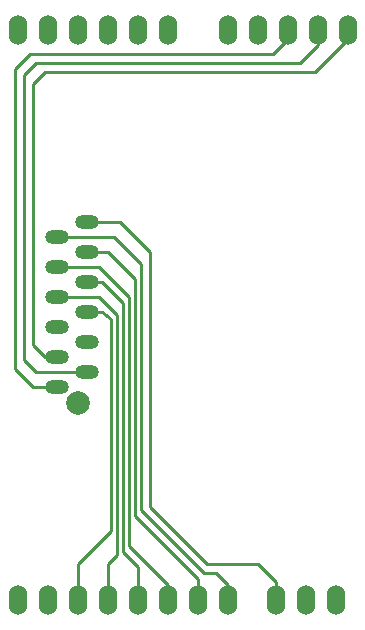
<source format=gbr>
G04 #@! TF.FileFunction,Copper,L1,Top,Signal*
%FSLAX46Y46*%
G04 Gerber Fmt 4.6, Leading zero omitted, Abs format (unit mm)*
G04 Created by KiCad (PCBNEW 4.0.5) date 02/15/17 18:02:55*
%MOMM*%
%LPD*%
G01*
G04 APERTURE LIST*
%ADD10C,0.100000*%
%ADD11O,1.524000X2.540000*%
%ADD12O,2.000000X1.200000*%
%ADD13C,2.000000*%
%ADD14C,0.250000*%
G04 APERTURE END LIST*
D10*
D11*
X154178000Y-82804000D03*
X156718000Y-82804000D03*
X159258000Y-82804000D03*
X166878000Y-82804000D03*
X164338000Y-82804000D03*
X161798000Y-82804000D03*
X171958000Y-82804000D03*
X174498000Y-82804000D03*
X177038000Y-82804000D03*
X182118000Y-82804000D03*
X154178000Y-131064000D03*
X156718000Y-131064000D03*
X159258000Y-131064000D03*
X161798000Y-131064000D03*
X164338000Y-131064000D03*
X166878000Y-131064000D03*
X169418000Y-131064000D03*
X171958000Y-131064000D03*
X176022000Y-131064000D03*
X178562000Y-131064000D03*
X181102000Y-131064000D03*
X179578000Y-82804000D03*
D12*
X157480000Y-113030000D03*
X160020000Y-111760000D03*
X157480000Y-110490000D03*
X160020000Y-109220000D03*
X157480000Y-107950000D03*
X160020000Y-106680000D03*
X157480000Y-105410000D03*
X160020000Y-104140000D03*
X157480000Y-102870000D03*
X160020000Y-101600000D03*
X157480000Y-100330000D03*
X160020000Y-99060000D03*
D13*
X159280000Y-114380000D03*
D14*
X177038000Y-82804000D02*
X177038000Y-83566000D01*
X177038000Y-83566000D02*
X175768000Y-84836000D01*
X155448000Y-113030000D02*
X157480000Y-113030000D01*
X153924000Y-111506000D02*
X155448000Y-113030000D01*
X153924000Y-86106000D02*
X153924000Y-111506000D01*
X155194000Y-84836000D02*
X153924000Y-86106000D01*
X175768000Y-84836000D02*
X155194000Y-84836000D01*
X160020000Y-111760000D02*
X155702000Y-111760000D01*
X178054000Y-85598000D02*
X179578000Y-84074000D01*
X155702000Y-85598000D02*
X178054000Y-85598000D01*
X154686000Y-86614000D02*
X155702000Y-85598000D01*
X154686000Y-110744000D02*
X154686000Y-86614000D01*
X155702000Y-111760000D02*
X154686000Y-110744000D01*
X179578000Y-84074000D02*
X179578000Y-82804000D01*
X182118000Y-82804000D02*
X182118000Y-83566000D01*
X182118000Y-83566000D02*
X179324000Y-86360000D01*
X179324000Y-86360000D02*
X156464000Y-86360000D01*
X156464000Y-86360000D02*
X155448000Y-87376000D01*
X155448000Y-87376000D02*
X155448000Y-109474000D01*
X155448000Y-109474000D02*
X156464000Y-110490000D01*
X156464000Y-110490000D02*
X157480000Y-110490000D01*
X159258000Y-131064000D02*
X159258000Y-128016000D01*
X161290000Y-106680000D02*
X160020000Y-106680000D01*
X162052000Y-107315000D02*
X161290000Y-106680000D01*
X162052000Y-125222000D02*
X162052000Y-107315000D01*
X159258000Y-128016000D02*
X162052000Y-125222000D01*
X161798000Y-131064000D02*
X161798000Y-128016000D01*
X161036000Y-105410000D02*
X157480000Y-105410000D01*
X162560000Y-106934000D02*
X161036000Y-105410000D01*
X162560000Y-127254000D02*
X162560000Y-106934000D01*
X161798000Y-128016000D02*
X162560000Y-127254000D01*
X164338000Y-131064000D02*
X164338000Y-128270000D01*
X161290000Y-104140000D02*
X160020000Y-104140000D01*
X163068000Y-105918000D02*
X161290000Y-104140000D01*
X163068000Y-127000000D02*
X163068000Y-105918000D01*
X164338000Y-128270000D02*
X163068000Y-127000000D01*
X166878000Y-131064000D02*
X166878000Y-129794000D01*
X166878000Y-129794000D02*
X163576000Y-126492000D01*
X163576000Y-126492000D02*
X163576000Y-105410000D01*
X163576000Y-105410000D02*
X161036000Y-102870000D01*
X161036000Y-102870000D02*
X157480000Y-102870000D01*
X169418000Y-131064000D02*
X169418000Y-129286000D01*
X161798000Y-101600000D02*
X160020000Y-101600000D01*
X164084000Y-103886000D02*
X161798000Y-101600000D01*
X164084000Y-123952000D02*
X164084000Y-103886000D01*
X169418000Y-129286000D02*
X164084000Y-123952000D01*
X171958000Y-131064000D02*
X171958000Y-129794000D01*
X171958000Y-129794000D02*
X170942000Y-128778000D01*
X170942000Y-128778000D02*
X169926000Y-128778000D01*
X169926000Y-128778000D02*
X164592000Y-123444000D01*
X164592000Y-123444000D02*
X164592000Y-102616000D01*
X164592000Y-102616000D02*
X162306000Y-100330000D01*
X162306000Y-100330000D02*
X157480000Y-100330000D01*
X176022000Y-131064000D02*
X176022000Y-129540000D01*
X162814000Y-99060000D02*
X160020000Y-99060000D01*
X165354000Y-101600000D02*
X162814000Y-99060000D01*
X165354000Y-123190000D02*
X165354000Y-101600000D01*
X170180000Y-128016000D02*
X165354000Y-123190000D01*
X174498000Y-128016000D02*
X170180000Y-128016000D01*
X176022000Y-129540000D02*
X174498000Y-128016000D01*
M02*

</source>
